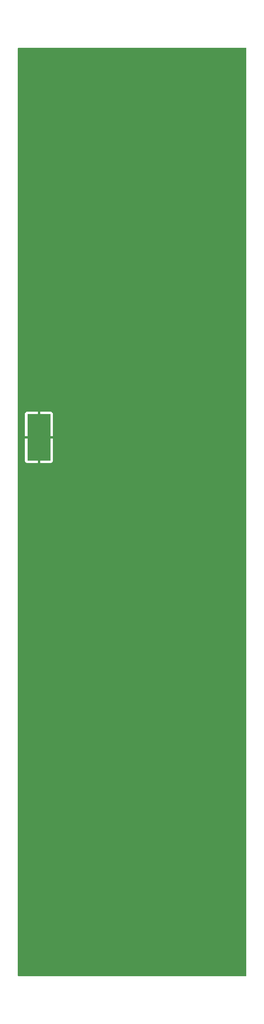
<source format=gbl>
%TF.GenerationSoftware,KiCad,Pcbnew,9.0.4*%
%TF.CreationDate,2025-10-04T20:48:30+02:00*%
%TF.ProjectId,DMH_Dual_VCA_Mk2_PANEL,444d485f-4475-4616-9c5f-5643415f4d6b,rev?*%
%TF.SameCoordinates,Original*%
%TF.FileFunction,Copper,L2,Bot*%
%TF.FilePolarity,Positive*%
%FSLAX46Y46*%
G04 Gerber Fmt 4.6, Leading zero omitted, Abs format (unit mm)*
G04 Created by KiCad (PCBNEW 9.0.4) date 2025-10-04 20:48:30*
%MOMM*%
%LPD*%
G01*
G04 APERTURE LIST*
%TA.AperFunction,ComponentPad*%
%ADD10C,0.500000*%
%TD*%
%TA.AperFunction,ConnectorPad*%
%ADD11C,12.000000*%
%TD*%
%TA.AperFunction,ComponentPad*%
%ADD12C,4.000000*%
%TD*%
%TA.AperFunction,ComponentPad*%
%ADD13O,2.500000X1.500000*%
%TD*%
%TA.AperFunction,SMDPad,CuDef*%
%ADD14R,5.000000X10.000000*%
%TD*%
G04 APERTURE END LIST*
D10*
%TO.P,H9,1,1*%
%TO.N,GND*%
X52800000Y-190250000D03*
X54460000Y-186220000D03*
X54470000Y-194290000D03*
X58500000Y-184550000D03*
D11*
X58500000Y-190250000D03*
D10*
X58500000Y-195950000D03*
X62530000Y-194290000D03*
X62540000Y-186220000D03*
X64200000Y-190250000D03*
%TD*%
D12*
%TO.P,H3,1,1*%
%TO.N,GND*%
X53500000Y-226500000D03*
%TD*%
D10*
%TO.P,H8,1,1*%
%TO.N,GND*%
X52800000Y-171750000D03*
X54460000Y-167720000D03*
X54470000Y-175790000D03*
X58500000Y-166050000D03*
D11*
X58500000Y-171750000D03*
D10*
X58500000Y-177450000D03*
X62530000Y-175790000D03*
X62540000Y-167720000D03*
X64200000Y-171750000D03*
%TD*%
%TO.P,H15,1,1*%
%TO.N,GND*%
X69300000Y-171750000D03*
X70960000Y-167720000D03*
X70970000Y-175790000D03*
X75000000Y-166050000D03*
D11*
X75000000Y-171750000D03*
D10*
X75000000Y-177450000D03*
X79030000Y-175790000D03*
X79040000Y-167720000D03*
X80700000Y-171750000D03*
%TD*%
D11*
%TO.P,H13,1,1*%
%TO.N,GND*%
X87250000Y-119000000D03*
%TD*%
%TO.P,H14,1,1*%
%TO.N,GND*%
X87250000Y-149000000D03*
%TD*%
D10*
%TO.P,H17,1,1*%
%TO.N,GND*%
X69300000Y-190250000D03*
X70960000Y-186220000D03*
X70970000Y-194290000D03*
X75000000Y-184550000D03*
D11*
X75000000Y-190250000D03*
D10*
X75000000Y-195950000D03*
X79030000Y-194290000D03*
X79040000Y-186220000D03*
X80700000Y-190250000D03*
%TD*%
%TO.P,H10,1,1*%
%TO.N,GND*%
X85800000Y-171750000D03*
X87460000Y-167720000D03*
X87470000Y-175790000D03*
X91500000Y-166050000D03*
D11*
X91500000Y-171750000D03*
D10*
X91500000Y-177450000D03*
X95530000Y-175790000D03*
X95540000Y-167720000D03*
X97200000Y-171750000D03*
%TD*%
D11*
%TO.P,H5,1,1*%
%TO.N,GND*%
X87250000Y-71000000D03*
D13*
X87250000Y-77000000D03*
%TD*%
D10*
%TO.P,H11,1,1*%
%TO.N,GND*%
X52800000Y-208750000D03*
X54460000Y-204720000D03*
X54470000Y-212790000D03*
X58500000Y-203050000D03*
D11*
X58500000Y-208750000D03*
D10*
X58500000Y-214450000D03*
X62530000Y-212790000D03*
X62540000Y-204720000D03*
X64200000Y-208750000D03*
%TD*%
%TO.P,H19,1,1*%
%TO.N,GND*%
X85800000Y-208750000D03*
X87460000Y-204720000D03*
X87470000Y-212790000D03*
X91500000Y-203050000D03*
D11*
X91500000Y-208750000D03*
D10*
X91500000Y-214450000D03*
X95530000Y-212790000D03*
X95540000Y-204720000D03*
X97200000Y-208750000D03*
%TD*%
D12*
%TO.P,H2,1,1*%
%TO.N,GND*%
X96500000Y-33500000D03*
%TD*%
%TO.P,H4,1,1*%
%TO.N,GND*%
X96500000Y-226500000D03*
%TD*%
D10*
%TO.P,H18,1,1*%
%TO.N,GND*%
X85800000Y-190250000D03*
X87460000Y-186220000D03*
X87470000Y-194290000D03*
X91500000Y-184550000D03*
D11*
X91500000Y-190250000D03*
D10*
X91500000Y-195950000D03*
X95530000Y-194290000D03*
X95540000Y-186220000D03*
X97200000Y-190250000D03*
%TD*%
D11*
%TO.P,H6,1,1*%
%TO.N,GND*%
X62750000Y-56000000D03*
%TD*%
D12*
%TO.P,H1,1,1*%
%TO.N,GND*%
X53500000Y-33500000D03*
%TD*%
D11*
%TO.P,H7,1,1*%
%TO.N,GND*%
X62750000Y-86000000D03*
%TD*%
D10*
%TO.P,H16,1,1*%
%TO.N,GND*%
X69300000Y-208750000D03*
X70960000Y-204720000D03*
X70970000Y-212790000D03*
X75000000Y-203050000D03*
D11*
X75000000Y-208750000D03*
D10*
X75000000Y-214450000D03*
X79030000Y-212790000D03*
X79040000Y-204720000D03*
X80700000Y-208750000D03*
%TD*%
D11*
%TO.P,H12,1,1*%
%TO.N,GND*%
X62750000Y-134000000D03*
D13*
X62750000Y-140000000D03*
%TD*%
D14*
%TO.P,J0,1,Pin_1*%
%TO.N,GND*%
X55000000Y-114000000D03*
%TD*%
%TA.AperFunction,Conductor*%
%TO.N,GND*%
G36*
X99442539Y-30520185D02*
G01*
X99488294Y-30572989D01*
X99499500Y-30624500D01*
X99499500Y-229375500D01*
X99479815Y-229442539D01*
X99427011Y-229488294D01*
X99375500Y-229499500D01*
X50624500Y-229499500D01*
X50557461Y-229479815D01*
X50511706Y-229427011D01*
X50500500Y-229375500D01*
X50500500Y-208537814D01*
X53099500Y-208537814D01*
X53099500Y-208558097D01*
X53099500Y-208962186D01*
X53132796Y-209385250D01*
X53199182Y-209804398D01*
X53298250Y-210217045D01*
X53298254Y-210217056D01*
X53429385Y-210620641D01*
X53496000Y-210781463D01*
X53591789Y-211012716D01*
X53784450Y-211390835D01*
X53784457Y-211390848D01*
X53784460Y-211390853D01*
X53807375Y-211428246D01*
X54006184Y-211752672D01*
X54006192Y-211752683D01*
X54006198Y-211752692D01*
X54255617Y-212095989D01*
X54255627Y-212096003D01*
X54378919Y-212240358D01*
X54531231Y-212418692D01*
X54831308Y-212718769D01*
X54831314Y-212718774D01*
X55153996Y-212994372D01*
X55154010Y-212994382D01*
X55361749Y-213145313D01*
X55497328Y-213243816D01*
X55625685Y-213322473D01*
X55859146Y-213465539D01*
X55859151Y-213465542D01*
X55859156Y-213465544D01*
X55859165Y-213465550D01*
X56237284Y-213658211D01*
X56629353Y-213820612D01*
X56629358Y-213820614D01*
X56731979Y-213853957D01*
X57032955Y-213951750D01*
X57445602Y-214050818D01*
X57864750Y-214117204D01*
X58287814Y-214150500D01*
X58287822Y-214150500D01*
X58712178Y-214150500D01*
X58712186Y-214150500D01*
X59135250Y-214117204D01*
X59554398Y-214050818D01*
X59967045Y-213951750D01*
X60370647Y-213820612D01*
X60762716Y-213658211D01*
X61140835Y-213465550D01*
X61502672Y-213243816D01*
X61845997Y-212994377D01*
X62168692Y-212718769D01*
X62468769Y-212418692D01*
X62744377Y-212095997D01*
X62993816Y-211752672D01*
X63215550Y-211390835D01*
X63408211Y-211012716D01*
X63570612Y-210620647D01*
X63701750Y-210217045D01*
X63800818Y-209804398D01*
X63867204Y-209385250D01*
X63900500Y-208962186D01*
X63900500Y-208537814D01*
X69599500Y-208537814D01*
X69599500Y-208558097D01*
X69599500Y-208962186D01*
X69632796Y-209385250D01*
X69699182Y-209804398D01*
X69798250Y-210217045D01*
X69798254Y-210217056D01*
X69929385Y-210620641D01*
X69996000Y-210781463D01*
X70091789Y-211012716D01*
X70284450Y-211390835D01*
X70284457Y-211390848D01*
X70284460Y-211390853D01*
X70307375Y-211428246D01*
X70506184Y-211752672D01*
X70506192Y-211752683D01*
X70506198Y-211752692D01*
X70755617Y-212095989D01*
X70755627Y-212096003D01*
X70878919Y-212240358D01*
X71031231Y-212418692D01*
X71331308Y-212718769D01*
X71331314Y-212718774D01*
X71653996Y-212994372D01*
X71654010Y-212994382D01*
X71861749Y-213145313D01*
X71997328Y-213243816D01*
X72125685Y-213322473D01*
X72359146Y-213465539D01*
X72359151Y-213465542D01*
X72359156Y-213465544D01*
X72359165Y-213465550D01*
X72737284Y-213658211D01*
X73129353Y-213820612D01*
X73129358Y-213820614D01*
X73231979Y-213853957D01*
X73532955Y-213951750D01*
X73945602Y-214050818D01*
X74364750Y-214117204D01*
X74787814Y-214150500D01*
X74787822Y-214150500D01*
X75212178Y-214150500D01*
X75212186Y-214150500D01*
X75635250Y-214117204D01*
X76054398Y-214050818D01*
X76467045Y-213951750D01*
X76870647Y-213820612D01*
X77262716Y-213658211D01*
X77640835Y-213465550D01*
X78002672Y-213243816D01*
X78345997Y-212994377D01*
X78668692Y-212718769D01*
X78968769Y-212418692D01*
X79244377Y-212095997D01*
X79493816Y-211752672D01*
X79715550Y-211390835D01*
X79908211Y-211012716D01*
X80070612Y-210620647D01*
X80201750Y-210217045D01*
X80300818Y-209804398D01*
X80367204Y-209385250D01*
X80400500Y-208962186D01*
X80400500Y-208537814D01*
X86099500Y-208537814D01*
X86099500Y-208558097D01*
X86099500Y-208962186D01*
X86132796Y-209385250D01*
X86199182Y-209804398D01*
X86298250Y-210217045D01*
X86298254Y-210217056D01*
X86429385Y-210620641D01*
X86496000Y-210781463D01*
X86591789Y-211012716D01*
X86784450Y-211390835D01*
X86784457Y-211390848D01*
X86784460Y-211390853D01*
X86807375Y-211428246D01*
X87006184Y-211752672D01*
X87006192Y-211752683D01*
X87006198Y-211752692D01*
X87255617Y-212095989D01*
X87255627Y-212096003D01*
X87378919Y-212240358D01*
X87531231Y-212418692D01*
X87831308Y-212718769D01*
X87831314Y-212718774D01*
X88153996Y-212994372D01*
X88154010Y-212994382D01*
X88361749Y-213145313D01*
X88497328Y-213243816D01*
X88625685Y-213322473D01*
X88859146Y-213465539D01*
X88859151Y-213465542D01*
X88859156Y-213465544D01*
X88859165Y-213465550D01*
X89237284Y-213658211D01*
X89629353Y-213820612D01*
X89629358Y-213820614D01*
X89731979Y-213853957D01*
X90032955Y-213951750D01*
X90445602Y-214050818D01*
X90864750Y-214117204D01*
X91287814Y-214150500D01*
X91287822Y-214150500D01*
X91712178Y-214150500D01*
X91712186Y-214150500D01*
X92135250Y-214117204D01*
X92554398Y-214050818D01*
X92967045Y-213951750D01*
X93370647Y-213820612D01*
X93762716Y-213658211D01*
X94140835Y-213465550D01*
X94502672Y-213243816D01*
X94845997Y-212994377D01*
X95168692Y-212718769D01*
X95468769Y-212418692D01*
X95744377Y-212095997D01*
X95993816Y-211752672D01*
X96215550Y-211390835D01*
X96408211Y-211012716D01*
X96570612Y-210620647D01*
X96701750Y-210217045D01*
X96800818Y-209804398D01*
X96867204Y-209385250D01*
X96900500Y-208962186D01*
X96900500Y-208537814D01*
X96867204Y-208114750D01*
X96800818Y-207695602D01*
X96701750Y-207282955D01*
X96570612Y-206879353D01*
X96408211Y-206487284D01*
X96215550Y-206109165D01*
X96215544Y-206109156D01*
X96215542Y-206109151D01*
X96215539Y-206109146D01*
X95993823Y-205747340D01*
X95993816Y-205747328D01*
X95744377Y-205404003D01*
X95744372Y-205403996D01*
X95468774Y-205081314D01*
X95468769Y-205081308D01*
X95168692Y-204781231D01*
X95168685Y-204781225D01*
X94846003Y-204505627D01*
X94845989Y-204505617D01*
X94502692Y-204256198D01*
X94502683Y-204256192D01*
X94502672Y-204256184D01*
X94502659Y-204256176D01*
X94140853Y-204034460D01*
X94140848Y-204034457D01*
X94140838Y-204034452D01*
X94140835Y-204034450D01*
X93762716Y-203841789D01*
X93762702Y-203841783D01*
X93370641Y-203679385D01*
X93083478Y-203586081D01*
X92967045Y-203548250D01*
X92554398Y-203449182D01*
X92135250Y-203382796D01*
X91712191Y-203349500D01*
X91712186Y-203349500D01*
X91287814Y-203349500D01*
X91287808Y-203349500D01*
X90864749Y-203382796D01*
X90864748Y-203382796D01*
X90445607Y-203449181D01*
X90445604Y-203449181D01*
X90445602Y-203449182D01*
X90297817Y-203484661D01*
X90032966Y-203548247D01*
X90032960Y-203548248D01*
X90032955Y-203548250D01*
X90032943Y-203548254D01*
X89629358Y-203679385D01*
X89237297Y-203841783D01*
X89237284Y-203841789D01*
X88859151Y-204034457D01*
X88859146Y-204034460D01*
X88497340Y-204256176D01*
X88497307Y-204256198D01*
X88154010Y-204505617D01*
X88153996Y-204505627D01*
X87831314Y-204781225D01*
X87831300Y-204781238D01*
X87531238Y-205081300D01*
X87531225Y-205081314D01*
X87255627Y-205403996D01*
X87255617Y-205404010D01*
X87006198Y-205747307D01*
X87006176Y-205747340D01*
X86784460Y-206109146D01*
X86784457Y-206109151D01*
X86591789Y-206487284D01*
X86591783Y-206487297D01*
X86429385Y-206879358D01*
X86298254Y-207282943D01*
X86298247Y-207282966D01*
X86199181Y-207695607D01*
X86183000Y-207797774D01*
X86132796Y-208114750D01*
X86099500Y-208537814D01*
X80400500Y-208537814D01*
X80367204Y-208114750D01*
X80300818Y-207695602D01*
X80201750Y-207282955D01*
X80070612Y-206879353D01*
X79908211Y-206487284D01*
X79715550Y-206109165D01*
X79715544Y-206109156D01*
X79715542Y-206109151D01*
X79715539Y-206109146D01*
X79493823Y-205747340D01*
X79493816Y-205747328D01*
X79244377Y-205404003D01*
X79244372Y-205403996D01*
X78968774Y-205081314D01*
X78968769Y-205081308D01*
X78668692Y-204781231D01*
X78668685Y-204781225D01*
X78346003Y-204505627D01*
X78345989Y-204505617D01*
X78002692Y-204256198D01*
X78002683Y-204256192D01*
X78002672Y-204256184D01*
X78002659Y-204256176D01*
X77640853Y-204034460D01*
X77640848Y-204034457D01*
X77640838Y-204034452D01*
X77640835Y-204034450D01*
X77262716Y-203841789D01*
X77262702Y-203841783D01*
X76870641Y-203679385D01*
X76583478Y-203586081D01*
X76467045Y-203548250D01*
X76054398Y-203449182D01*
X75635250Y-203382796D01*
X75212191Y-203349500D01*
X75212186Y-203349500D01*
X74787814Y-203349500D01*
X74787808Y-203349500D01*
X74364749Y-203382796D01*
X74364748Y-203382796D01*
X73945607Y-203449181D01*
X73945604Y-203449181D01*
X73945602Y-203449182D01*
X73797817Y-203484661D01*
X73532966Y-203548247D01*
X73532960Y-203548248D01*
X73532955Y-203548250D01*
X73532943Y-203548254D01*
X73129358Y-203679385D01*
X72737297Y-203841783D01*
X72737284Y-203841789D01*
X72359151Y-204034457D01*
X72359146Y-204034460D01*
X71997340Y-204256176D01*
X71997307Y-204256198D01*
X71654010Y-204505617D01*
X71653996Y-204505627D01*
X71331314Y-204781225D01*
X71331300Y-204781238D01*
X71031238Y-205081300D01*
X71031225Y-205081314D01*
X70755627Y-205403996D01*
X70755617Y-205404010D01*
X70506198Y-205747307D01*
X70506176Y-205747340D01*
X70284460Y-206109146D01*
X70284457Y-206109151D01*
X70091789Y-206487284D01*
X70091783Y-206487297D01*
X69929385Y-206879358D01*
X69798254Y-207282943D01*
X69798247Y-207282966D01*
X69699181Y-207695607D01*
X69683000Y-207797774D01*
X69632796Y-208114750D01*
X69599500Y-208537814D01*
X63900500Y-208537814D01*
X63867204Y-208114750D01*
X63800818Y-207695602D01*
X63701750Y-207282955D01*
X63570612Y-206879353D01*
X63408211Y-206487284D01*
X63215550Y-206109165D01*
X63215544Y-206109156D01*
X63215542Y-206109151D01*
X63215539Y-206109146D01*
X62993823Y-205747340D01*
X62993816Y-205747328D01*
X62744377Y-205404003D01*
X62744372Y-205403996D01*
X62468774Y-205081314D01*
X62468769Y-205081308D01*
X62168692Y-204781231D01*
X62168685Y-204781225D01*
X61846003Y-204505627D01*
X61845989Y-204505617D01*
X61502692Y-204256198D01*
X61502683Y-204256192D01*
X61502672Y-204256184D01*
X61502659Y-204256176D01*
X61140853Y-204034460D01*
X61140848Y-204034457D01*
X61140838Y-204034452D01*
X61140835Y-204034450D01*
X60762716Y-203841789D01*
X60762702Y-203841783D01*
X60370641Y-203679385D01*
X60083478Y-203586081D01*
X59967045Y-203548250D01*
X59554398Y-203449182D01*
X59135250Y-203382796D01*
X58712191Y-203349500D01*
X58712186Y-203349500D01*
X58287814Y-203349500D01*
X58287808Y-203349500D01*
X57864749Y-203382796D01*
X57864748Y-203382796D01*
X57445607Y-203449181D01*
X57445604Y-203449181D01*
X57445602Y-203449182D01*
X57297817Y-203484661D01*
X57032966Y-203548247D01*
X57032960Y-203548248D01*
X57032955Y-203548250D01*
X57032943Y-203548254D01*
X56629358Y-203679385D01*
X56237297Y-203841783D01*
X56237284Y-203841789D01*
X55859151Y-204034457D01*
X55859146Y-204034460D01*
X55497340Y-204256176D01*
X55497307Y-204256198D01*
X55154010Y-204505617D01*
X55153996Y-204505627D01*
X54831314Y-204781225D01*
X54831300Y-204781238D01*
X54531238Y-205081300D01*
X54531225Y-205081314D01*
X54255627Y-205403996D01*
X54255617Y-205404010D01*
X54006198Y-205747307D01*
X54006176Y-205747340D01*
X53784460Y-206109146D01*
X53784457Y-206109151D01*
X53591789Y-206487284D01*
X53591783Y-206487297D01*
X53429385Y-206879358D01*
X53298254Y-207282943D01*
X53298247Y-207282966D01*
X53199181Y-207695607D01*
X53183000Y-207797774D01*
X53132796Y-208114750D01*
X53099500Y-208537814D01*
X50500500Y-208537814D01*
X50500500Y-190037814D01*
X53099500Y-190037814D01*
X53099500Y-190058097D01*
X53099500Y-190462186D01*
X53132796Y-190885250D01*
X53199182Y-191304398D01*
X53298250Y-191717045D01*
X53298254Y-191717056D01*
X53429385Y-192120641D01*
X53496000Y-192281463D01*
X53591789Y-192512716D01*
X53784450Y-192890835D01*
X53784457Y-192890848D01*
X53784460Y-192890853D01*
X53807375Y-192928246D01*
X54006184Y-193252672D01*
X54006192Y-193252683D01*
X54006198Y-193252692D01*
X54255617Y-193595989D01*
X54255627Y-193596003D01*
X54378919Y-193740358D01*
X54531231Y-193918692D01*
X54831308Y-194218769D01*
X54831314Y-194218774D01*
X55153996Y-194494372D01*
X55154010Y-194494382D01*
X55361749Y-194645313D01*
X55497328Y-194743816D01*
X55625685Y-194822473D01*
X55859146Y-194965539D01*
X55859151Y-194965542D01*
X55859156Y-194965544D01*
X55859165Y-194965550D01*
X56237284Y-195158211D01*
X56629353Y-195320612D01*
X56629358Y-195320614D01*
X56731979Y-195353957D01*
X57032955Y-195451750D01*
X57445602Y-195550818D01*
X57864750Y-195617204D01*
X58287814Y-195650500D01*
X58287822Y-195650500D01*
X58712178Y-195650500D01*
X58712186Y-195650500D01*
X59135250Y-195617204D01*
X59554398Y-195550818D01*
X59967045Y-195451750D01*
X60370647Y-195320612D01*
X60762716Y-195158211D01*
X61140835Y-194965550D01*
X61502672Y-194743816D01*
X61845997Y-194494377D01*
X62168692Y-194218769D01*
X62468769Y-193918692D01*
X62744377Y-193595997D01*
X62993816Y-193252672D01*
X63215550Y-192890835D01*
X63408211Y-192512716D01*
X63570612Y-192120647D01*
X63701750Y-191717045D01*
X63800818Y-191304398D01*
X63867204Y-190885250D01*
X63900500Y-190462186D01*
X63900500Y-190037814D01*
X69599500Y-190037814D01*
X69599500Y-190058097D01*
X69599500Y-190462186D01*
X69632796Y-190885250D01*
X69699182Y-191304398D01*
X69798250Y-191717045D01*
X69798254Y-191717056D01*
X69929385Y-192120641D01*
X69996000Y-192281463D01*
X70091789Y-192512716D01*
X70284450Y-192890835D01*
X70284457Y-192890848D01*
X70284460Y-192890853D01*
X70307375Y-192928246D01*
X70506184Y-193252672D01*
X70506192Y-193252683D01*
X70506198Y-193252692D01*
X70755617Y-193595989D01*
X70755627Y-193596003D01*
X70878919Y-193740358D01*
X71031231Y-193918692D01*
X71331308Y-194218769D01*
X71331314Y-194218774D01*
X71653996Y-194494372D01*
X71654010Y-194494382D01*
X71861749Y-194645313D01*
X71997328Y-194743816D01*
X72125685Y-194822473D01*
X72359146Y-194965539D01*
X72359151Y-194965542D01*
X72359156Y-194965544D01*
X72359165Y-194965550D01*
X72737284Y-195158211D01*
X73129353Y-195320612D01*
X73129358Y-195320614D01*
X73231979Y-195353957D01*
X73532955Y-195451750D01*
X73945602Y-195550818D01*
X74364750Y-195617204D01*
X74787814Y-195650500D01*
X74787822Y-195650500D01*
X75212178Y-195650500D01*
X75212186Y-195650500D01*
X75635250Y-195617204D01*
X76054398Y-195550818D01*
X76467045Y-195451750D01*
X76870647Y-195320612D01*
X77262716Y-195158211D01*
X77640835Y-194965550D01*
X78002672Y-194743816D01*
X78345997Y-194494377D01*
X78668692Y-194218769D01*
X78968769Y-193918692D01*
X79244377Y-193595997D01*
X79493816Y-193252672D01*
X79715550Y-192890835D01*
X79908211Y-192512716D01*
X80070612Y-192120647D01*
X80201750Y-191717045D01*
X80300818Y-191304398D01*
X80367204Y-190885250D01*
X80400500Y-190462186D01*
X80400500Y-190037814D01*
X86099500Y-190037814D01*
X86099500Y-190058097D01*
X86099500Y-190462186D01*
X86132796Y-190885250D01*
X86199182Y-191304398D01*
X86298250Y-191717045D01*
X86298254Y-191717056D01*
X86429385Y-192120641D01*
X86496000Y-192281463D01*
X86591789Y-192512716D01*
X86784450Y-192890835D01*
X86784457Y-192890848D01*
X86784460Y-192890853D01*
X86807375Y-192928246D01*
X87006184Y-193252672D01*
X87006192Y-193252683D01*
X87006198Y-193252692D01*
X87255617Y-193595989D01*
X87255627Y-193596003D01*
X87378919Y-193740358D01*
X87531231Y-193918692D01*
X87831308Y-194218769D01*
X87831314Y-194218774D01*
X88153996Y-194494372D01*
X88154010Y-194494382D01*
X88361749Y-194645313D01*
X88497328Y-194743816D01*
X88625685Y-194822473D01*
X88859146Y-194965539D01*
X88859151Y-194965542D01*
X88859156Y-194965544D01*
X88859165Y-194965550D01*
X89237284Y-195158211D01*
X89629353Y-195320612D01*
X89629358Y-195320614D01*
X89731979Y-195353957D01*
X90032955Y-195451750D01*
X90445602Y-195550818D01*
X90864750Y-195617204D01*
X91287814Y-195650500D01*
X91287822Y-195650500D01*
X91712178Y-195650500D01*
X91712186Y-195650500D01*
X92135250Y-195617204D01*
X92554398Y-195550818D01*
X92967045Y-195451750D01*
X93370647Y-195320612D01*
X93762716Y-195158211D01*
X94140835Y-194965550D01*
X94502672Y-194743816D01*
X94845997Y-194494377D01*
X95168692Y-194218769D01*
X95468769Y-193918692D01*
X95744377Y-193595997D01*
X95993816Y-193252672D01*
X96215550Y-192890835D01*
X96408211Y-192512716D01*
X96570612Y-192120647D01*
X96701750Y-191717045D01*
X96800818Y-191304398D01*
X96867204Y-190885250D01*
X96900500Y-190462186D01*
X96900500Y-190037814D01*
X96867204Y-189614750D01*
X96800818Y-189195602D01*
X96701750Y-188782955D01*
X96570612Y-188379353D01*
X96408211Y-187987284D01*
X96215550Y-187609165D01*
X96215544Y-187609156D01*
X96215542Y-187609151D01*
X96215539Y-187609146D01*
X95993823Y-187247340D01*
X95993816Y-187247328D01*
X95744377Y-186904003D01*
X95744372Y-186903996D01*
X95468774Y-186581314D01*
X95468769Y-186581308D01*
X95168692Y-186281231D01*
X95168685Y-186281225D01*
X94846003Y-186005627D01*
X94845989Y-186005617D01*
X94502692Y-185756198D01*
X94502683Y-185756192D01*
X94502672Y-185756184D01*
X94502659Y-185756176D01*
X94140853Y-185534460D01*
X94140848Y-185534457D01*
X94140838Y-185534452D01*
X94140835Y-185534450D01*
X93762716Y-185341789D01*
X93762702Y-185341783D01*
X93370641Y-185179385D01*
X93083478Y-185086081D01*
X92967045Y-185048250D01*
X92554398Y-184949182D01*
X92135250Y-184882796D01*
X91712191Y-184849500D01*
X91712186Y-184849500D01*
X91287814Y-184849500D01*
X91287808Y-184849500D01*
X90864749Y-184882796D01*
X90864748Y-184882796D01*
X90445607Y-184949181D01*
X90445604Y-184949181D01*
X90445602Y-184949182D01*
X90297817Y-184984661D01*
X90032966Y-185048247D01*
X90032960Y-185048248D01*
X90032955Y-185048250D01*
X90032943Y-185048254D01*
X89629358Y-185179385D01*
X89237297Y-185341783D01*
X89237284Y-185341789D01*
X88859151Y-185534457D01*
X88859146Y-185534460D01*
X88497340Y-185756176D01*
X88497307Y-185756198D01*
X88154010Y-186005617D01*
X88153996Y-186005627D01*
X87831314Y-186281225D01*
X87831300Y-186281238D01*
X87531238Y-186581300D01*
X87531225Y-186581314D01*
X87255627Y-186903996D01*
X87255617Y-186904010D01*
X87006198Y-187247307D01*
X87006176Y-187247340D01*
X86784460Y-187609146D01*
X86784457Y-187609151D01*
X86591789Y-187987284D01*
X86591783Y-187987297D01*
X86429385Y-188379358D01*
X86298254Y-188782943D01*
X86298247Y-188782966D01*
X86199181Y-189195607D01*
X86183000Y-189297774D01*
X86132796Y-189614750D01*
X86099500Y-190037814D01*
X80400500Y-190037814D01*
X80367204Y-189614750D01*
X80300818Y-189195602D01*
X80201750Y-188782955D01*
X80070612Y-188379353D01*
X79908211Y-187987284D01*
X79715550Y-187609165D01*
X79715544Y-187609156D01*
X79715542Y-187609151D01*
X79715539Y-187609146D01*
X79493823Y-187247340D01*
X79493816Y-187247328D01*
X79244377Y-186904003D01*
X79244372Y-186903996D01*
X78968774Y-186581314D01*
X78968769Y-186581308D01*
X78668692Y-186281231D01*
X78668685Y-186281225D01*
X78346003Y-186005627D01*
X78345989Y-186005617D01*
X78002692Y-185756198D01*
X78002683Y-185756192D01*
X78002672Y-185756184D01*
X78002659Y-185756176D01*
X77640853Y-185534460D01*
X77640848Y-185534457D01*
X77640838Y-185534452D01*
X77640835Y-185534450D01*
X77262716Y-185341789D01*
X77262702Y-185341783D01*
X76870641Y-185179385D01*
X76583478Y-185086081D01*
X76467045Y-185048250D01*
X76054398Y-184949182D01*
X75635250Y-184882796D01*
X75212191Y-184849500D01*
X75212186Y-184849500D01*
X74787814Y-184849500D01*
X74787808Y-184849500D01*
X74364749Y-184882796D01*
X74364748Y-184882796D01*
X73945607Y-184949181D01*
X73945604Y-184949181D01*
X73945602Y-184949182D01*
X73797817Y-184984661D01*
X73532966Y-185048247D01*
X73532960Y-185048248D01*
X73532955Y-185048250D01*
X73532943Y-185048254D01*
X73129358Y-185179385D01*
X72737297Y-185341783D01*
X72737284Y-185341789D01*
X72359151Y-185534457D01*
X72359146Y-185534460D01*
X71997340Y-185756176D01*
X71997307Y-185756198D01*
X71654010Y-186005617D01*
X71653996Y-186005627D01*
X71331314Y-186281225D01*
X71331300Y-186281238D01*
X71031238Y-186581300D01*
X71031225Y-186581314D01*
X70755627Y-186903996D01*
X70755617Y-186904010D01*
X70506198Y-187247307D01*
X70506176Y-187247340D01*
X70284460Y-187609146D01*
X70284457Y-187609151D01*
X70091789Y-187987284D01*
X70091783Y-187987297D01*
X69929385Y-188379358D01*
X69798254Y-188782943D01*
X69798247Y-188782966D01*
X69699181Y-189195607D01*
X69683000Y-189297774D01*
X69632796Y-189614750D01*
X69599500Y-190037814D01*
X63900500Y-190037814D01*
X63867204Y-189614750D01*
X63800818Y-189195602D01*
X63701750Y-188782955D01*
X63570612Y-188379353D01*
X63408211Y-187987284D01*
X63215550Y-187609165D01*
X63215544Y-187609156D01*
X63215542Y-187609151D01*
X63215539Y-187609146D01*
X62993823Y-187247340D01*
X62993816Y-187247328D01*
X62744377Y-186904003D01*
X62744372Y-186903996D01*
X62468774Y-186581314D01*
X62468769Y-186581308D01*
X62168692Y-186281231D01*
X62168685Y-186281225D01*
X61846003Y-186005627D01*
X61845989Y-186005617D01*
X61502692Y-185756198D01*
X61502683Y-185756192D01*
X61502672Y-185756184D01*
X61502659Y-185756176D01*
X61140853Y-185534460D01*
X61140848Y-185534457D01*
X61140838Y-185534452D01*
X61140835Y-185534450D01*
X60762716Y-185341789D01*
X60762702Y-185341783D01*
X60370641Y-185179385D01*
X60083478Y-185086081D01*
X59967045Y-185048250D01*
X59554398Y-184949182D01*
X59135250Y-184882796D01*
X58712191Y-184849500D01*
X58712186Y-184849500D01*
X58287814Y-184849500D01*
X58287808Y-184849500D01*
X57864749Y-184882796D01*
X57864748Y-184882796D01*
X57445607Y-184949181D01*
X57445604Y-184949181D01*
X57445602Y-184949182D01*
X57297817Y-184984661D01*
X57032966Y-185048247D01*
X57032960Y-185048248D01*
X57032955Y-185048250D01*
X57032943Y-185048254D01*
X56629358Y-185179385D01*
X56237297Y-185341783D01*
X56237284Y-185341789D01*
X55859151Y-185534457D01*
X55859146Y-185534460D01*
X55497340Y-185756176D01*
X55497307Y-185756198D01*
X55154010Y-186005617D01*
X55153996Y-186005627D01*
X54831314Y-186281225D01*
X54831300Y-186281238D01*
X54531238Y-186581300D01*
X54531225Y-186581314D01*
X54255627Y-186903996D01*
X54255617Y-186904010D01*
X54006198Y-187247307D01*
X54006176Y-187247340D01*
X53784460Y-187609146D01*
X53784457Y-187609151D01*
X53591789Y-187987284D01*
X53591783Y-187987297D01*
X53429385Y-188379358D01*
X53298254Y-188782943D01*
X53298247Y-188782966D01*
X53199181Y-189195607D01*
X53183000Y-189297774D01*
X53132796Y-189614750D01*
X53099500Y-190037814D01*
X50500500Y-190037814D01*
X50500500Y-171537814D01*
X53099500Y-171537814D01*
X53099500Y-171558097D01*
X53099500Y-171962186D01*
X53132796Y-172385250D01*
X53199182Y-172804398D01*
X53298250Y-173217045D01*
X53298254Y-173217056D01*
X53429385Y-173620641D01*
X53496000Y-173781463D01*
X53591789Y-174012716D01*
X53784450Y-174390835D01*
X53784457Y-174390848D01*
X53784460Y-174390853D01*
X53807375Y-174428246D01*
X54006184Y-174752672D01*
X54006192Y-174752683D01*
X54006198Y-174752692D01*
X54255617Y-175095989D01*
X54255627Y-175096003D01*
X54378919Y-175240358D01*
X54531231Y-175418692D01*
X54831308Y-175718769D01*
X54831314Y-175718774D01*
X55153996Y-175994372D01*
X55154010Y-175994382D01*
X55361749Y-176145313D01*
X55497328Y-176243816D01*
X55625685Y-176322473D01*
X55859146Y-176465539D01*
X55859151Y-176465542D01*
X55859156Y-176465544D01*
X55859165Y-176465550D01*
X56237284Y-176658211D01*
X56629353Y-176820612D01*
X56629358Y-176820614D01*
X56731979Y-176853957D01*
X57032955Y-176951750D01*
X57445602Y-177050818D01*
X57864750Y-177117204D01*
X58287814Y-177150500D01*
X58287822Y-177150500D01*
X58712178Y-177150500D01*
X58712186Y-177150500D01*
X59135250Y-177117204D01*
X59554398Y-177050818D01*
X59967045Y-176951750D01*
X60370647Y-176820612D01*
X60762716Y-176658211D01*
X61140835Y-176465550D01*
X61502672Y-176243816D01*
X61845997Y-175994377D01*
X62168692Y-175718769D01*
X62468769Y-175418692D01*
X62744377Y-175095997D01*
X62993816Y-174752672D01*
X63215550Y-174390835D01*
X63408211Y-174012716D01*
X63570612Y-173620647D01*
X63701750Y-173217045D01*
X63800818Y-172804398D01*
X63867204Y-172385250D01*
X63900500Y-171962186D01*
X63900500Y-171537814D01*
X69599500Y-171537814D01*
X69599500Y-171558097D01*
X69599500Y-171962186D01*
X69632796Y-172385250D01*
X69699182Y-172804398D01*
X69798250Y-173217045D01*
X69798254Y-173217056D01*
X69929385Y-173620641D01*
X69996000Y-173781463D01*
X70091789Y-174012716D01*
X70284450Y-174390835D01*
X70284457Y-174390848D01*
X70284460Y-174390853D01*
X70307375Y-174428246D01*
X70506184Y-174752672D01*
X70506192Y-174752683D01*
X70506198Y-174752692D01*
X70755617Y-175095989D01*
X70755627Y-175096003D01*
X70878919Y-175240358D01*
X71031231Y-175418692D01*
X71331308Y-175718769D01*
X71331314Y-175718774D01*
X71653996Y-175994372D01*
X71654010Y-175994382D01*
X71861749Y-176145313D01*
X71997328Y-176243816D01*
X72125685Y-176322473D01*
X72359146Y-176465539D01*
X72359151Y-176465542D01*
X72359156Y-176465544D01*
X72359165Y-176465550D01*
X72737284Y-176658211D01*
X73129353Y-176820612D01*
X73129358Y-176820614D01*
X73231979Y-176853957D01*
X73532955Y-176951750D01*
X73945602Y-177050818D01*
X74364750Y-177117204D01*
X74787814Y-177150500D01*
X74787822Y-177150500D01*
X75212178Y-177150500D01*
X75212186Y-177150500D01*
X75635250Y-177117204D01*
X76054398Y-177050818D01*
X76467045Y-176951750D01*
X76870647Y-176820612D01*
X77262716Y-176658211D01*
X77640835Y-176465550D01*
X78002672Y-176243816D01*
X78345997Y-175994377D01*
X78668692Y-175718769D01*
X78968769Y-175418692D01*
X79244377Y-175095997D01*
X79493816Y-174752672D01*
X79715550Y-174390835D01*
X79908211Y-174012716D01*
X80070612Y-173620647D01*
X80201750Y-173217045D01*
X80300818Y-172804398D01*
X80367204Y-172385250D01*
X80400500Y-171962186D01*
X80400500Y-171537814D01*
X86099500Y-171537814D01*
X86099500Y-171558097D01*
X86099500Y-171962186D01*
X86132796Y-172385250D01*
X86199182Y-172804398D01*
X86298250Y-173217045D01*
X86298254Y-173217056D01*
X86429385Y-173620641D01*
X86496000Y-173781463D01*
X86591789Y-174012716D01*
X86784450Y-174390835D01*
X86784457Y-174390848D01*
X86784460Y-174390853D01*
X86807375Y-174428246D01*
X87006184Y-174752672D01*
X87006192Y-174752683D01*
X87006198Y-174752692D01*
X87255617Y-175095989D01*
X87255627Y-175096003D01*
X87378919Y-175240358D01*
X87531231Y-175418692D01*
X87831308Y-175718769D01*
X87831314Y-175718774D01*
X88153996Y-175994372D01*
X88154010Y-175994382D01*
X88361749Y-176145313D01*
X88497328Y-176243816D01*
X88625685Y-176322473D01*
X88859146Y-176465539D01*
X88859151Y-176465542D01*
X88859156Y-176465544D01*
X88859165Y-176465550D01*
X89237284Y-176658211D01*
X89629353Y-176820612D01*
X89629358Y-176820614D01*
X89731979Y-176853957D01*
X90032955Y-176951750D01*
X90445602Y-177050818D01*
X90864750Y-177117204D01*
X91287814Y-177150500D01*
X91287822Y-177150500D01*
X91712178Y-177150500D01*
X91712186Y-177150500D01*
X92135250Y-177117204D01*
X92554398Y-177050818D01*
X92967045Y-176951750D01*
X93370647Y-176820612D01*
X93762716Y-176658211D01*
X94140835Y-176465550D01*
X94502672Y-176243816D01*
X94845997Y-175994377D01*
X95168692Y-175718769D01*
X95468769Y-175418692D01*
X95744377Y-175095997D01*
X95993816Y-174752672D01*
X96215550Y-174390835D01*
X96408211Y-174012716D01*
X96570612Y-173620647D01*
X96701750Y-173217045D01*
X96800818Y-172804398D01*
X96867204Y-172385250D01*
X96900500Y-171962186D01*
X96900500Y-171537814D01*
X96867204Y-171114750D01*
X96800818Y-170695602D01*
X96701750Y-170282955D01*
X96570612Y-169879353D01*
X96408211Y-169487284D01*
X96215550Y-169109165D01*
X96215544Y-169109156D01*
X96215542Y-169109151D01*
X96215539Y-169109146D01*
X95993823Y-168747340D01*
X95993816Y-168747328D01*
X95744377Y-168404003D01*
X95744372Y-168403996D01*
X95468774Y-168081314D01*
X95468769Y-168081308D01*
X95168692Y-167781231D01*
X95168685Y-167781225D01*
X94846003Y-167505627D01*
X94845989Y-167505617D01*
X94502692Y-167256198D01*
X94502683Y-167256192D01*
X94502672Y-167256184D01*
X94502659Y-167256176D01*
X94140853Y-167034460D01*
X94140848Y-167034457D01*
X94140838Y-167034452D01*
X94140835Y-167034450D01*
X93762716Y-166841789D01*
X93762702Y-166841783D01*
X93370641Y-166679385D01*
X93083478Y-166586081D01*
X92967045Y-166548250D01*
X92554398Y-166449182D01*
X92135250Y-166382796D01*
X91712191Y-166349500D01*
X91712186Y-166349500D01*
X91287814Y-166349500D01*
X91287808Y-166349500D01*
X90864749Y-166382796D01*
X90864748Y-166382796D01*
X90445607Y-166449181D01*
X90445604Y-166449181D01*
X90445602Y-166449182D01*
X90297817Y-166484661D01*
X90032966Y-166548247D01*
X90032960Y-166548248D01*
X90032955Y-166548250D01*
X90032943Y-166548254D01*
X89629358Y-166679385D01*
X89237297Y-166841783D01*
X89237284Y-166841789D01*
X88859151Y-167034457D01*
X88859146Y-167034460D01*
X88497340Y-167256176D01*
X88497307Y-167256198D01*
X88154010Y-167505617D01*
X88153996Y-167505627D01*
X87831314Y-167781225D01*
X87831300Y-167781238D01*
X87531238Y-168081300D01*
X87531225Y-168081314D01*
X87255627Y-168403996D01*
X87255617Y-168404010D01*
X87006198Y-168747307D01*
X87006176Y-168747340D01*
X86784460Y-169109146D01*
X86784457Y-169109151D01*
X86591789Y-169487284D01*
X86591783Y-169487297D01*
X86429385Y-169879358D01*
X86298254Y-170282943D01*
X86298247Y-170282966D01*
X86199181Y-170695607D01*
X86183000Y-170797774D01*
X86132796Y-171114750D01*
X86099500Y-171537814D01*
X80400500Y-171537814D01*
X80367204Y-171114750D01*
X80300818Y-170695602D01*
X80201750Y-170282955D01*
X80070612Y-169879353D01*
X79908211Y-169487284D01*
X79715550Y-169109165D01*
X79715544Y-169109156D01*
X79715542Y-169109151D01*
X79715539Y-169109146D01*
X79493823Y-168747340D01*
X79493816Y-168747328D01*
X79244377Y-168404003D01*
X79244372Y-168403996D01*
X78968774Y-168081314D01*
X78968769Y-168081308D01*
X78668692Y-167781231D01*
X78668685Y-167781225D01*
X78346003Y-167505627D01*
X78345989Y-167505617D01*
X78002692Y-167256198D01*
X78002683Y-167256192D01*
X78002672Y-167256184D01*
X78002659Y-167256176D01*
X77640853Y-167034460D01*
X77640848Y-167034457D01*
X77640838Y-167034452D01*
X77640835Y-167034450D01*
X77262716Y-166841789D01*
X77262702Y-166841783D01*
X76870641Y-166679385D01*
X76583478Y-166586081D01*
X76467045Y-166548250D01*
X76054398Y-166449182D01*
X75635250Y-166382796D01*
X75212191Y-166349500D01*
X75212186Y-166349500D01*
X74787814Y-166349500D01*
X74787808Y-166349500D01*
X74364749Y-166382796D01*
X74364748Y-166382796D01*
X73945607Y-166449181D01*
X73945604Y-166449181D01*
X73945602Y-166449182D01*
X73797817Y-166484661D01*
X73532966Y-166548247D01*
X73532960Y-166548248D01*
X73532955Y-166548250D01*
X73532943Y-166548254D01*
X73129358Y-166679385D01*
X72737297Y-166841783D01*
X72737284Y-166841789D01*
X72359151Y-167034457D01*
X72359146Y-167034460D01*
X71997340Y-167256176D01*
X71997307Y-167256198D01*
X71654010Y-167505617D01*
X71653996Y-167505627D01*
X71331314Y-167781225D01*
X71331300Y-167781238D01*
X71031238Y-168081300D01*
X71031225Y-168081314D01*
X70755627Y-168403996D01*
X70755617Y-168404010D01*
X70506198Y-168747307D01*
X70506176Y-168747340D01*
X70284460Y-169109146D01*
X70284457Y-169109151D01*
X70091789Y-169487284D01*
X70091783Y-169487297D01*
X69929385Y-169879358D01*
X69798254Y-170282943D01*
X69798247Y-170282966D01*
X69699181Y-170695607D01*
X69683000Y-170797774D01*
X69632796Y-171114750D01*
X69599500Y-171537814D01*
X63900500Y-171537814D01*
X63867204Y-171114750D01*
X63800818Y-170695602D01*
X63701750Y-170282955D01*
X63570612Y-169879353D01*
X63408211Y-169487284D01*
X63215550Y-169109165D01*
X63215544Y-169109156D01*
X63215542Y-169109151D01*
X63215539Y-169109146D01*
X62993823Y-168747340D01*
X62993816Y-168747328D01*
X62744377Y-168404003D01*
X62744372Y-168403996D01*
X62468774Y-168081314D01*
X62468769Y-168081308D01*
X62168692Y-167781231D01*
X62168685Y-167781225D01*
X61846003Y-167505627D01*
X61845989Y-167505617D01*
X61502692Y-167256198D01*
X61502683Y-167256192D01*
X61502672Y-167256184D01*
X61502659Y-167256176D01*
X61140853Y-167034460D01*
X61140848Y-167034457D01*
X61140838Y-167034452D01*
X61140835Y-167034450D01*
X60762716Y-166841789D01*
X60762702Y-166841783D01*
X60370641Y-166679385D01*
X60083478Y-166586081D01*
X59967045Y-166548250D01*
X59554398Y-166449182D01*
X59135250Y-166382796D01*
X58712191Y-166349500D01*
X58712186Y-166349500D01*
X58287814Y-166349500D01*
X58287808Y-166349500D01*
X57864749Y-166382796D01*
X57864748Y-166382796D01*
X57445607Y-166449181D01*
X57445604Y-166449181D01*
X57445602Y-166449182D01*
X57297817Y-166484661D01*
X57032966Y-166548247D01*
X57032960Y-166548248D01*
X57032955Y-166548250D01*
X57032943Y-166548254D01*
X56629358Y-166679385D01*
X56237297Y-166841783D01*
X56237284Y-166841789D01*
X55859151Y-167034457D01*
X55859146Y-167034460D01*
X55497340Y-167256176D01*
X55497307Y-167256198D01*
X55154010Y-167505617D01*
X55153996Y-167505627D01*
X54831314Y-167781225D01*
X54831300Y-167781238D01*
X54531238Y-168081300D01*
X54531225Y-168081314D01*
X54255627Y-168403996D01*
X54255617Y-168404010D01*
X54006198Y-168747307D01*
X54006176Y-168747340D01*
X53784460Y-169109146D01*
X53784457Y-169109151D01*
X53591789Y-169487284D01*
X53591783Y-169487297D01*
X53429385Y-169879358D01*
X53298254Y-170282943D01*
X53298247Y-170282966D01*
X53199181Y-170695607D01*
X53183000Y-170797774D01*
X53132796Y-171114750D01*
X53099500Y-171537814D01*
X50500500Y-171537814D01*
X50500500Y-148781669D01*
X82249500Y-148781669D01*
X82249500Y-149218330D01*
X82287557Y-149653320D01*
X82287557Y-149653324D01*
X82363379Y-150083327D01*
X82363383Y-150083344D01*
X82476392Y-150505105D01*
X82625740Y-150915434D01*
X82625746Y-150915449D01*
X82810272Y-151311164D01*
X82810277Y-151311174D01*
X83028603Y-151689326D01*
X83028607Y-151689332D01*
X83028614Y-151689343D01*
X83279057Y-152047013D01*
X83481930Y-152288787D01*
X83559732Y-152381507D01*
X83868493Y-152690268D01*
X83958395Y-152765705D01*
X84202986Y-152970942D01*
X84560656Y-153221385D01*
X84560663Y-153221389D01*
X84560674Y-153221397D01*
X84938826Y-153439723D01*
X84938835Y-153439727D01*
X85334550Y-153624253D01*
X85334555Y-153624255D01*
X85334568Y-153624261D01*
X85744888Y-153773605D01*
X85744889Y-153773605D01*
X85744894Y-153773607D01*
X85877398Y-153809110D01*
X86166663Y-153886619D01*
X86596682Y-153962443D01*
X87031671Y-154000499D01*
X87031672Y-154000500D01*
X87031673Y-154000500D01*
X87468328Y-154000500D01*
X87468328Y-154000499D01*
X87903318Y-153962443D01*
X88333337Y-153886619D01*
X88755112Y-153773605D01*
X89165432Y-153624261D01*
X89561174Y-153439723D01*
X89939326Y-153221397D01*
X90297012Y-152970943D01*
X90631507Y-152690268D01*
X90940268Y-152381507D01*
X91220943Y-152047012D01*
X91471397Y-151689326D01*
X91689723Y-151311174D01*
X91874261Y-150915432D01*
X92023605Y-150505112D01*
X92136619Y-150083337D01*
X92212443Y-149653318D01*
X92250500Y-149218327D01*
X92250500Y-148781673D01*
X92212443Y-148346682D01*
X92136619Y-147916663D01*
X92023605Y-147494888D01*
X91874261Y-147084568D01*
X91689723Y-146688826D01*
X91471397Y-146310674D01*
X91471389Y-146310663D01*
X91471385Y-146310656D01*
X91220942Y-145952986D01*
X90940265Y-145618490D01*
X90631509Y-145309734D01*
X90297013Y-145029057D01*
X89939343Y-144778614D01*
X89939332Y-144778607D01*
X89939326Y-144778603D01*
X89826978Y-144713739D01*
X89561180Y-144560280D01*
X89561164Y-144560272D01*
X89165449Y-144375746D01*
X89165434Y-144375740D01*
X89165432Y-144375739D01*
X89011301Y-144319640D01*
X88755105Y-144226392D01*
X88333344Y-144113383D01*
X88333347Y-144113383D01*
X88333337Y-144113381D01*
X88333331Y-144113379D01*
X88333327Y-144113379D01*
X87903322Y-144037557D01*
X87468330Y-143999500D01*
X87468327Y-143999500D01*
X87031673Y-143999500D01*
X87031669Y-143999500D01*
X86596679Y-144037557D01*
X86596675Y-144037557D01*
X86166672Y-144113379D01*
X86166655Y-144113383D01*
X85744894Y-144226392D01*
X85334565Y-144375740D01*
X85334550Y-144375746D01*
X84938835Y-144560272D01*
X84938819Y-144560280D01*
X84560682Y-144778598D01*
X84560656Y-144778614D01*
X84202986Y-145029057D01*
X83868490Y-145309734D01*
X83559734Y-145618490D01*
X83279057Y-145952986D01*
X83028614Y-146310656D01*
X83028598Y-146310682D01*
X82810280Y-146688819D01*
X82810272Y-146688835D01*
X82625746Y-147084550D01*
X82625740Y-147084565D01*
X82476392Y-147494894D01*
X82363383Y-147916655D01*
X82363379Y-147916672D01*
X82287557Y-148346675D01*
X82287557Y-148346679D01*
X82249500Y-148781669D01*
X50500500Y-148781669D01*
X50500500Y-133803471D01*
X58749500Y-133803471D01*
X58749500Y-134196528D01*
X58788026Y-134587702D01*
X58864704Y-134973194D01*
X58864707Y-134973205D01*
X58978810Y-135349354D01*
X59129230Y-135712499D01*
X59129232Y-135712504D01*
X59314511Y-136059137D01*
X59314522Y-136059155D01*
X59532887Y-136385960D01*
X59532897Y-136385974D01*
X59782254Y-136689817D01*
X60060182Y-136967745D01*
X60060187Y-136967749D01*
X60060188Y-136967750D01*
X60364031Y-137217107D01*
X60690851Y-137435482D01*
X60690860Y-137435487D01*
X60690862Y-137435488D01*
X61037495Y-137620767D01*
X61037497Y-137620767D01*
X61037503Y-137620771D01*
X61400647Y-137771190D01*
X61776785Y-137885290D01*
X61776791Y-137885291D01*
X61776794Y-137885292D01*
X61776805Y-137885295D01*
X62162297Y-137961973D01*
X62553468Y-138000500D01*
X62553471Y-138000500D01*
X62946529Y-138000500D01*
X62946532Y-138000500D01*
X63337703Y-137961973D01*
X63412748Y-137947045D01*
X63723194Y-137885295D01*
X63723205Y-137885292D01*
X63723205Y-137885291D01*
X63723215Y-137885290D01*
X64099353Y-137771190D01*
X64462497Y-137620771D01*
X64809149Y-137435482D01*
X65135969Y-137217107D01*
X65439812Y-136967750D01*
X65717750Y-136689812D01*
X65967107Y-136385969D01*
X66185482Y-136059149D01*
X66370771Y-135712497D01*
X66521190Y-135349353D01*
X66635290Y-134973215D01*
X66635292Y-134973205D01*
X66635295Y-134973194D01*
X66711973Y-134587702D01*
X66750500Y-134196528D01*
X66750500Y-133803471D01*
X66711973Y-133412297D01*
X66635295Y-133026805D01*
X66635292Y-133026794D01*
X66635291Y-133026791D01*
X66635290Y-133026785D01*
X66521190Y-132650647D01*
X66370771Y-132287503D01*
X66358355Y-132264275D01*
X66185488Y-131940862D01*
X66185487Y-131940860D01*
X66185482Y-131940851D01*
X65967107Y-131614031D01*
X65717750Y-131310188D01*
X65717749Y-131310187D01*
X65717745Y-131310182D01*
X65439817Y-131032254D01*
X65135974Y-130782897D01*
X65135973Y-130782896D01*
X65135969Y-130782893D01*
X64809149Y-130564518D01*
X64809144Y-130564515D01*
X64809137Y-130564511D01*
X64462504Y-130379232D01*
X64462499Y-130379230D01*
X64099354Y-130228810D01*
X63723205Y-130114707D01*
X63723194Y-130114704D01*
X63337702Y-130038026D01*
X63043089Y-130009010D01*
X62946532Y-129999500D01*
X62553468Y-129999500D01*
X62464251Y-130008287D01*
X62162297Y-130038026D01*
X61776805Y-130114704D01*
X61776794Y-130114707D01*
X61400645Y-130228810D01*
X61037500Y-130379230D01*
X61037495Y-130379232D01*
X60690862Y-130564511D01*
X60690844Y-130564522D01*
X60364039Y-130782887D01*
X60364025Y-130782897D01*
X60060182Y-131032254D01*
X59782254Y-131310182D01*
X59532897Y-131614025D01*
X59532887Y-131614039D01*
X59314522Y-131940844D01*
X59314511Y-131940862D01*
X59129232Y-132287495D01*
X59129230Y-132287500D01*
X58978810Y-132650645D01*
X58864707Y-133026794D01*
X58864704Y-133026805D01*
X58788026Y-133412297D01*
X58749500Y-133803471D01*
X50500500Y-133803471D01*
X50500500Y-119047844D01*
X52000000Y-119047844D01*
X52006401Y-119107372D01*
X52006403Y-119107379D01*
X52056645Y-119242086D01*
X52056649Y-119242093D01*
X52142809Y-119357187D01*
X52142812Y-119357190D01*
X52257906Y-119443350D01*
X52257913Y-119443354D01*
X52392620Y-119493596D01*
X52392627Y-119493598D01*
X52452155Y-119499999D01*
X52452172Y-119500000D01*
X54750000Y-119500000D01*
X55250000Y-119500000D01*
X57547828Y-119500000D01*
X57547844Y-119499999D01*
X57607372Y-119493598D01*
X57607379Y-119493596D01*
X57742086Y-119443354D01*
X57742093Y-119443350D01*
X57857187Y-119357190D01*
X57857190Y-119357187D01*
X57943350Y-119242093D01*
X57943354Y-119242086D01*
X57993596Y-119107379D01*
X57993598Y-119107372D01*
X57999999Y-119047844D01*
X58000000Y-119047827D01*
X58000000Y-118781669D01*
X82249500Y-118781669D01*
X82249500Y-119218330D01*
X82287557Y-119653320D01*
X82287557Y-119653324D01*
X82363379Y-120083327D01*
X82363383Y-120083344D01*
X82476392Y-120505105D01*
X82625740Y-120915434D01*
X82625746Y-120915449D01*
X82810272Y-121311164D01*
X82810277Y-121311174D01*
X83028603Y-121689326D01*
X83028607Y-121689332D01*
X83028614Y-121689343D01*
X83279057Y-122047013D01*
X83481930Y-122288787D01*
X83559732Y-122381507D01*
X83868493Y-122690268D01*
X83958395Y-122765705D01*
X84202986Y-122970942D01*
X84560656Y-123221385D01*
X84560663Y-123221389D01*
X84560674Y-123221397D01*
X84938826Y-123439723D01*
X84938835Y-123439727D01*
X85334550Y-123624253D01*
X85334555Y-123624255D01*
X85334568Y-123624261D01*
X85744888Y-123773605D01*
X85744889Y-123773605D01*
X85744894Y-123773607D01*
X85877398Y-123809110D01*
X86166663Y-123886619D01*
X86596682Y-123962443D01*
X87031671Y-124000499D01*
X87031672Y-124000500D01*
X87031673Y-124000500D01*
X87468328Y-124000500D01*
X87468328Y-124000499D01*
X87903318Y-123962443D01*
X88333337Y-123886619D01*
X88755112Y-123773605D01*
X89165432Y-123624261D01*
X89561174Y-123439723D01*
X89939326Y-123221397D01*
X90297012Y-122970943D01*
X90631507Y-122690268D01*
X90940268Y-122381507D01*
X91220943Y-122047012D01*
X91471397Y-121689326D01*
X91689723Y-121311174D01*
X91874261Y-120915432D01*
X92023605Y-120505112D01*
X92136619Y-120083337D01*
X92212443Y-119653318D01*
X92250500Y-119218327D01*
X92250500Y-118781673D01*
X92212443Y-118346682D01*
X92136619Y-117916663D01*
X92023605Y-117494888D01*
X91874261Y-117084568D01*
X91689723Y-116688826D01*
X91471397Y-116310674D01*
X91471389Y-116310663D01*
X91471385Y-116310656D01*
X91220942Y-115952986D01*
X90940265Y-115618490D01*
X90631509Y-115309734D01*
X90297013Y-115029057D01*
X89939343Y-114778614D01*
X89939332Y-114778607D01*
X89939326Y-114778603D01*
X89826978Y-114713739D01*
X89561180Y-114560280D01*
X89561164Y-114560272D01*
X89165449Y-114375746D01*
X89165434Y-114375740D01*
X89165432Y-114375739D01*
X89011301Y-114319640D01*
X88755105Y-114226392D01*
X88333344Y-114113383D01*
X88333347Y-114113383D01*
X88333337Y-114113381D01*
X88333331Y-114113379D01*
X88333327Y-114113379D01*
X87903322Y-114037557D01*
X87468330Y-113999500D01*
X87468327Y-113999500D01*
X87031673Y-113999500D01*
X87031669Y-113999500D01*
X86596679Y-114037557D01*
X86596675Y-114037557D01*
X86166672Y-114113379D01*
X86166655Y-114113383D01*
X85744894Y-114226392D01*
X85334565Y-114375740D01*
X85334550Y-114375746D01*
X84938835Y-114560272D01*
X84938819Y-114560280D01*
X84560682Y-114778598D01*
X84560656Y-114778614D01*
X84202986Y-115029057D01*
X83868490Y-115309734D01*
X83559734Y-115618490D01*
X83279057Y-115952986D01*
X83028614Y-116310656D01*
X83028598Y-116310682D01*
X82810280Y-116688819D01*
X82810272Y-116688835D01*
X82625746Y-117084550D01*
X82625740Y-117084565D01*
X82476392Y-117494894D01*
X82363383Y-117916655D01*
X82363379Y-117916672D01*
X82287557Y-118346675D01*
X82287557Y-118346679D01*
X82249500Y-118781669D01*
X58000000Y-118781669D01*
X58000000Y-114250000D01*
X55250000Y-114250000D01*
X55250000Y-119500000D01*
X54750000Y-119500000D01*
X54750000Y-114250000D01*
X52000000Y-114250000D01*
X52000000Y-119047844D01*
X50500500Y-119047844D01*
X50500500Y-108952155D01*
X52000000Y-108952155D01*
X52000000Y-113750000D01*
X54750000Y-113750000D01*
X55250000Y-113750000D01*
X58000000Y-113750000D01*
X58000000Y-108952172D01*
X57999999Y-108952155D01*
X57993598Y-108892627D01*
X57993596Y-108892620D01*
X57943354Y-108757913D01*
X57943350Y-108757906D01*
X57857190Y-108642812D01*
X57857187Y-108642809D01*
X57742093Y-108556649D01*
X57742086Y-108556645D01*
X57607379Y-108506403D01*
X57607372Y-108506401D01*
X57547844Y-108500000D01*
X55250000Y-108500000D01*
X55250000Y-113750000D01*
X54750000Y-113750000D01*
X54750000Y-108500000D01*
X52452155Y-108500000D01*
X52392627Y-108506401D01*
X52392620Y-108506403D01*
X52257913Y-108556645D01*
X52257906Y-108556649D01*
X52142812Y-108642809D01*
X52142809Y-108642812D01*
X52056649Y-108757906D01*
X52056645Y-108757913D01*
X52006403Y-108892620D01*
X52006401Y-108892627D01*
X52000000Y-108952155D01*
X50500500Y-108952155D01*
X50500500Y-85781669D01*
X57749500Y-85781669D01*
X57749500Y-86218330D01*
X57787557Y-86653320D01*
X57787557Y-86653324D01*
X57863379Y-87083327D01*
X57863383Y-87083344D01*
X57976392Y-87505105D01*
X58125740Y-87915434D01*
X58125746Y-87915449D01*
X58310272Y-88311164D01*
X58310277Y-88311174D01*
X58528603Y-88689326D01*
X58528607Y-88689332D01*
X58528614Y-88689343D01*
X58779057Y-89047013D01*
X58981930Y-89288787D01*
X59059732Y-89381507D01*
X59368493Y-89690268D01*
X59458395Y-89765705D01*
X59702986Y-89970942D01*
X60060656Y-90221385D01*
X60060663Y-90221389D01*
X60060674Y-90221397D01*
X60438826Y-90439723D01*
X60438835Y-90439727D01*
X60834550Y-90624253D01*
X60834555Y-90624255D01*
X60834568Y-90624261D01*
X61244888Y-90773605D01*
X61244889Y-90773605D01*
X61244894Y-90773607D01*
X61377398Y-90809110D01*
X61666663Y-90886619D01*
X62096682Y-90962443D01*
X62531671Y-91000499D01*
X62531672Y-91000500D01*
X62531673Y-91000500D01*
X62968328Y-91000500D01*
X62968328Y-91000499D01*
X63403318Y-90962443D01*
X63833337Y-90886619D01*
X64255112Y-90773605D01*
X64665432Y-90624261D01*
X65061174Y-90439723D01*
X65439326Y-90221397D01*
X65797012Y-89970943D01*
X66131507Y-89690268D01*
X66440268Y-89381507D01*
X66720943Y-89047012D01*
X66971397Y-88689326D01*
X67189723Y-88311174D01*
X67374261Y-87915432D01*
X67523605Y-87505112D01*
X67636619Y-87083337D01*
X67712443Y-86653318D01*
X67750500Y-86218327D01*
X67750500Y-85781673D01*
X67712443Y-85346682D01*
X67636619Y-84916663D01*
X67523605Y-84494888D01*
X67374261Y-84084568D01*
X67189723Y-83688826D01*
X66971397Y-83310674D01*
X66971389Y-83310663D01*
X66971385Y-83310656D01*
X66720942Y-82952986D01*
X66440265Y-82618490D01*
X66131509Y-82309734D01*
X65797013Y-82029057D01*
X65439343Y-81778614D01*
X65439332Y-81778607D01*
X65439326Y-81778603D01*
X65326978Y-81713739D01*
X65061180Y-81560280D01*
X65061164Y-81560272D01*
X64665449Y-81375746D01*
X64665434Y-81375740D01*
X64665432Y-81375739D01*
X64511301Y-81319640D01*
X64255105Y-81226392D01*
X63833344Y-81113383D01*
X63833347Y-81113383D01*
X63833337Y-81113381D01*
X63833331Y-81113379D01*
X63833327Y-81113379D01*
X63403322Y-81037557D01*
X62968330Y-80999500D01*
X62968327Y-80999500D01*
X62531673Y-80999500D01*
X62531669Y-80999500D01*
X62096679Y-81037557D01*
X62096675Y-81037557D01*
X61666672Y-81113379D01*
X61666655Y-81113383D01*
X61244894Y-81226392D01*
X60834565Y-81375740D01*
X60834550Y-81375746D01*
X60438835Y-81560272D01*
X60438819Y-81560280D01*
X60060682Y-81778598D01*
X60060656Y-81778614D01*
X59702986Y-82029057D01*
X59368490Y-82309734D01*
X59059734Y-82618490D01*
X58779057Y-82952986D01*
X58528614Y-83310656D01*
X58528598Y-83310682D01*
X58310280Y-83688819D01*
X58310272Y-83688835D01*
X58125746Y-84084550D01*
X58125740Y-84084565D01*
X57976392Y-84494894D01*
X57863383Y-84916655D01*
X57863379Y-84916672D01*
X57787557Y-85346675D01*
X57787557Y-85346679D01*
X57749500Y-85781669D01*
X50500500Y-85781669D01*
X50500500Y-70803471D01*
X83249500Y-70803471D01*
X83249500Y-71196528D01*
X83288026Y-71587702D01*
X83364704Y-71973194D01*
X83364707Y-71973205D01*
X83478810Y-72349354D01*
X83629230Y-72712499D01*
X83629232Y-72712504D01*
X83814511Y-73059137D01*
X83814522Y-73059155D01*
X84032887Y-73385960D01*
X84032897Y-73385974D01*
X84282254Y-73689817D01*
X84560182Y-73967745D01*
X84560187Y-73967749D01*
X84560188Y-73967750D01*
X84864031Y-74217107D01*
X85190851Y-74435482D01*
X85190860Y-74435487D01*
X85190862Y-74435488D01*
X85537495Y-74620767D01*
X85537497Y-74620767D01*
X85537503Y-74620771D01*
X85900647Y-74771190D01*
X86276785Y-74885290D01*
X86276791Y-74885291D01*
X86276794Y-74885292D01*
X86276805Y-74885295D01*
X86662297Y-74961973D01*
X87053468Y-75000500D01*
X87053471Y-75000500D01*
X87446529Y-75000500D01*
X87446532Y-75000500D01*
X87837703Y-74961973D01*
X87912748Y-74947045D01*
X88223194Y-74885295D01*
X88223205Y-74885292D01*
X88223205Y-74885291D01*
X88223215Y-74885290D01*
X88599353Y-74771190D01*
X88962497Y-74620771D01*
X89309149Y-74435482D01*
X89635969Y-74217107D01*
X89939812Y-73967750D01*
X90217750Y-73689812D01*
X90467107Y-73385969D01*
X90685482Y-73059149D01*
X90870771Y-72712497D01*
X91021190Y-72349353D01*
X91135290Y-71973215D01*
X91135292Y-71973205D01*
X91135295Y-71973194D01*
X91211973Y-71587702D01*
X91250500Y-71196528D01*
X91250500Y-70803471D01*
X91211973Y-70412297D01*
X91135295Y-70026805D01*
X91135292Y-70026794D01*
X91135291Y-70026791D01*
X91135290Y-70026785D01*
X91021190Y-69650647D01*
X90870771Y-69287503D01*
X90858355Y-69264275D01*
X90685488Y-68940862D01*
X90685487Y-68940860D01*
X90685482Y-68940851D01*
X90467107Y-68614031D01*
X90217750Y-68310188D01*
X90217749Y-68310187D01*
X90217745Y-68310182D01*
X89939817Y-68032254D01*
X89635974Y-67782897D01*
X89635973Y-67782896D01*
X89635969Y-67782893D01*
X89309149Y-67564518D01*
X89309144Y-67564515D01*
X89309137Y-67564511D01*
X88962504Y-67379232D01*
X88962499Y-67379230D01*
X88599354Y-67228810D01*
X88223205Y-67114707D01*
X88223194Y-67114704D01*
X87837702Y-67038026D01*
X87543089Y-67009010D01*
X87446532Y-66999500D01*
X87053468Y-66999500D01*
X86964251Y-67008287D01*
X86662297Y-67038026D01*
X86276805Y-67114704D01*
X86276794Y-67114707D01*
X85900645Y-67228810D01*
X85537500Y-67379230D01*
X85537495Y-67379232D01*
X85190862Y-67564511D01*
X85190844Y-67564522D01*
X84864039Y-67782887D01*
X84864025Y-67782897D01*
X84560182Y-68032254D01*
X84282254Y-68310182D01*
X84032897Y-68614025D01*
X84032887Y-68614039D01*
X83814522Y-68940844D01*
X83814511Y-68940862D01*
X83629232Y-69287495D01*
X83629230Y-69287500D01*
X83478810Y-69650645D01*
X83364707Y-70026794D01*
X83364704Y-70026805D01*
X83288026Y-70412297D01*
X83249500Y-70803471D01*
X50500500Y-70803471D01*
X50500500Y-55781669D01*
X57749500Y-55781669D01*
X57749500Y-56218330D01*
X57787557Y-56653320D01*
X57787557Y-56653324D01*
X57863379Y-57083327D01*
X57863383Y-57083344D01*
X57976392Y-57505105D01*
X58125740Y-57915434D01*
X58125746Y-57915449D01*
X58310272Y-58311164D01*
X58310277Y-58311174D01*
X58528603Y-58689326D01*
X58528607Y-58689332D01*
X58528614Y-58689343D01*
X58779057Y-59047013D01*
X58981930Y-59288787D01*
X59059732Y-59381507D01*
X59368493Y-59690268D01*
X59458395Y-59765705D01*
X59702986Y-59970942D01*
X60060656Y-60221385D01*
X60060663Y-60221389D01*
X60060674Y-60221397D01*
X60438826Y-60439723D01*
X60438835Y-60439727D01*
X60834550Y-60624253D01*
X60834555Y-60624255D01*
X60834568Y-60624261D01*
X61244888Y-60773605D01*
X61244889Y-60773605D01*
X61244894Y-60773607D01*
X61377398Y-60809110D01*
X61666663Y-60886619D01*
X62096682Y-60962443D01*
X62531671Y-61000499D01*
X62531672Y-61000500D01*
X62531673Y-61000500D01*
X62968328Y-61000500D01*
X62968328Y-61000499D01*
X63403318Y-60962443D01*
X63833337Y-60886619D01*
X64255112Y-60773605D01*
X64665432Y-60624261D01*
X65061174Y-60439723D01*
X65439326Y-60221397D01*
X65797012Y-59970943D01*
X66131507Y-59690268D01*
X66440268Y-59381507D01*
X66720943Y-59047012D01*
X66971397Y-58689326D01*
X67189723Y-58311174D01*
X67374261Y-57915432D01*
X67523605Y-57505112D01*
X67636619Y-57083337D01*
X67712443Y-56653318D01*
X67750500Y-56218327D01*
X67750500Y-55781673D01*
X67712443Y-55346682D01*
X67636619Y-54916663D01*
X67523605Y-54494888D01*
X67374261Y-54084568D01*
X67189723Y-53688826D01*
X66971397Y-53310674D01*
X66971389Y-53310663D01*
X66971385Y-53310656D01*
X66720942Y-52952986D01*
X66440265Y-52618490D01*
X66131509Y-52309734D01*
X65797013Y-52029057D01*
X65439343Y-51778614D01*
X65439332Y-51778607D01*
X65439326Y-51778603D01*
X65326978Y-51713739D01*
X65061180Y-51560280D01*
X65061164Y-51560272D01*
X64665449Y-51375746D01*
X64665434Y-51375740D01*
X64665432Y-51375739D01*
X64511301Y-51319640D01*
X64255105Y-51226392D01*
X63833344Y-51113383D01*
X63833347Y-51113383D01*
X63833337Y-51113381D01*
X63833331Y-51113379D01*
X63833327Y-51113379D01*
X63403322Y-51037557D01*
X62968330Y-50999500D01*
X62968327Y-50999500D01*
X62531673Y-50999500D01*
X62531669Y-50999500D01*
X62096679Y-51037557D01*
X62096675Y-51037557D01*
X61666672Y-51113379D01*
X61666655Y-51113383D01*
X61244894Y-51226392D01*
X60834565Y-51375740D01*
X60834550Y-51375746D01*
X60438835Y-51560272D01*
X60438819Y-51560280D01*
X60060682Y-51778598D01*
X60060656Y-51778614D01*
X59702986Y-52029057D01*
X59368490Y-52309734D01*
X59059734Y-52618490D01*
X58779057Y-52952986D01*
X58528614Y-53310656D01*
X58528598Y-53310682D01*
X58310280Y-53688819D01*
X58310272Y-53688835D01*
X58125746Y-54084550D01*
X58125740Y-54084565D01*
X57976392Y-54494894D01*
X57863383Y-54916655D01*
X57863379Y-54916672D01*
X57787557Y-55346675D01*
X57787557Y-55346679D01*
X57749500Y-55781669D01*
X50500500Y-55781669D01*
X50500500Y-30624500D01*
X50520185Y-30557461D01*
X50572989Y-30511706D01*
X50624500Y-30500500D01*
X99375500Y-30500500D01*
X99442539Y-30520185D01*
G37*
%TD.AperFunction*%
%TD*%
M02*

</source>
